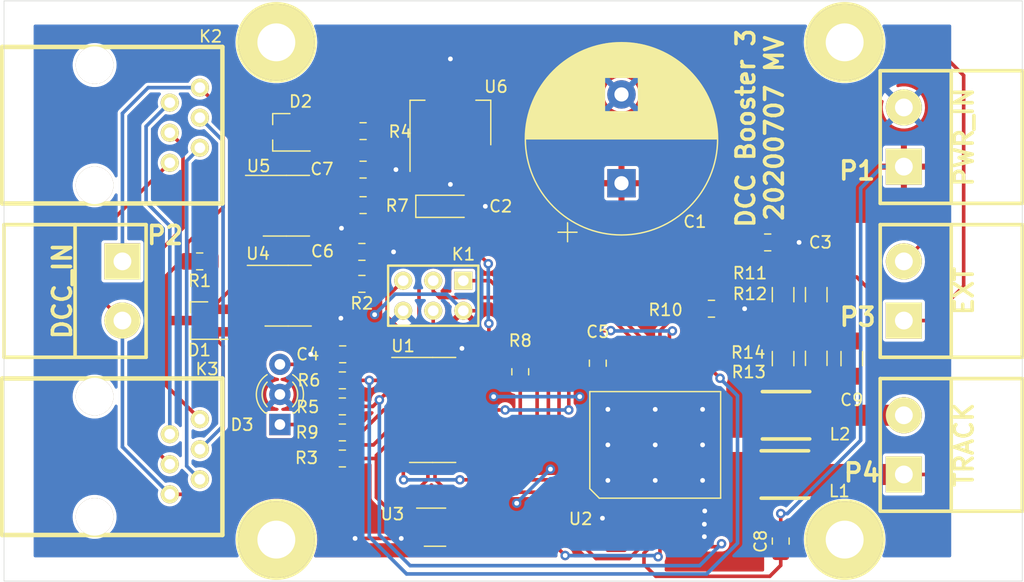
<source format=kicad_pcb>
(kicad_pcb (version 20211014) (generator pcbnew)
  (title_block (title "DCC Booster 3") (date "2020-07-07 MV") (rev "0436 -"))
  (layers (0 "F.Cu" signal) (31 "B.Cu" signal) (34 "B.Paste" user) (35 "F.Paste" user) (36 "B.SilkS" user "B.Silkscreen") (37 "F.SilkS" user "F.Silkscreen") (38 "B.Mask" user) (39 "F.Mask" user) (44 "Edge.Cuts" user))
  (net 0 "")
  (net 1 "GND")
  (net 2 "+15V")
  (net 3 "+5V")
  (net 4 "Net-(C8-Pad2)")
  (net 5 "Net-(C9-Pad2)")
  (net 6 "Net-(C9-Pad1)")
  (net 7 "Net-(D1-Pad3)")
  (net 8 "Net-(D1-Pad2)")
  (net 9 "Net-(D1-Pad1)")
  (net 10 "Net-(D2-Pad3)")
  (net 11 "Net-(D2-Pad2)")
  (net 12 "Net-(D2-Pad1)")
  (net 13 "Net-(D3-Pad3)")
  (net 14 "Net-(D3-Pad1)")
  (net 15 "Net-(L1-Pad2)")
  (net 16 "Net-(L1-Pad1)")
  (net 17 "Net-(L2-Pad1)")
  (net 18 "/DCC_In")
  (net 19 "/DCC_Sig")
  (net 20 "Net-(P3-Pad1)")
  (net 21 "/LED_Red")
  (net 22 "/LED_Green")
  (net 23 "/Opt_In")
  (net 24 "/nCS")
  (net 25 "/nReset")
  (net 26 "Net-(R10-Pad1)")
  (net 27 "Net-(R11-Pad1)")
  (net 28 "/DCC_Invert")
  (net 29 "/DCC_Cutout")
  (net 30 "/SCK")
  (net 31 "/MISO_DO")
  (net 32 "/MOSI_DI")
  (net 33 "Net-(U2-Pad5)")
  (net 34 "Net-(K2-Pad5)")
  (net 35 "Net-(K2-Pad4)")
  (net 36 "Net-(K2-Pad3)")
  (net 37 "Net-(K2-Pad2)")
  (net 38 "Net-(K2-Pad1)")
  (footprint "Capacitor_THT:CP_Radial_D16.0mm_P7.50mm" (layer "F.Cu") (at 152.15 115.9 90)
    (fp_text reference "C1")
    (fp_text value "CP")
  )
  (footprint "Resistor_SMD:R_0805_2012Metric_Pad1.15x1.40mm_HandSolder" (layer "F.Cu") (at 130.325 117.75)
    (fp_text reference "R7")
    (fp_text value "10k")
  )
  (footprint "Package_TO_SOT_SMD:SOT-223-3_TabPin2" (layer "F.Cu") (at 137.7 110.8 90)
    (fp_text reference "U6")
    (fp_text value "MCP1804T-5002IDB")
  )
  (footprint "base:AKL330_02" (layer "F.Cu") (at 176 138 90)
    (fp_text reference "P4")
    (fp_text value "TRACK")
  )
  (footprint "base:RJ12_schmal" (layer "F.Cu") (at 114 111 -90)
    (fp_text reference "K2")
    (fp_text value "RJ12" hide)
  )
  (footprint "base:RJ12_schmal" (layer "F.Cu") (at 114 139 -90)
    (fp_text reference "K3")
    (fp_text value "RJ12" hide)
  )
  (footprint "base:AKL330_02" (layer "F.Cu") (at 176 125 90)
    (fp_text reference "P3")
    (fp_text value "EXT")
  )
  (footprint "base:AKL330_02" (layer "F.Cu") (at 176 112 90)
    (fp_text reference "P1")
    (fp_text value "PWR_IN")
  )
  (footprint "Capacitor_SMD:C_0805_2012Metric_Pad1.15x1.40mm_HandSolder" (layer "F.Cu") (at 130.325 114.75)
    (fp_text reference "C7")
    (fp_text value "100n")
  )
  (footprint "Package_TO_SOT_SMD:SOT-23_Handsoldering" (layer "F.Cu") (at 116.5 127.5 180)
    (fp_text reference "D1")
    (fp_text value "BAT54S")
  )
  (footprint "Resistor_SMD:R_0805_2012Metric_Pad1.15x1.40mm_HandSolder" (layer "F.Cu") (at 116.525 122.5 180)
    (fp_text reference "R1")
    (fp_text value "2k2")
  )
  (footprint "base:AKL330_02" (layer "F.Cu") (at 110 125 -90)
    (fp_text reference "P2")
    (fp_text value "DCC_IN")
  )
  (footprint "Package_SO:SO-8_3.9x4.9mm_P1.27mm" (layer "F.Cu") (at 124 125.4)
    (fp_text reference "U4")
    (fp_text value "Si8710")
  )
  (footprint "Resistor_SMD:R_0805_2012Metric_Pad1.15x1.40mm_HandSolder" (layer "F.Cu") (at 130.325 111.5)
    (fp_text reference "R4")
    (fp_text value "330")
  )
  (footprint "Resistor_SMD:R_0805_2012Metric_Pad1.15x1.40mm_HandSolder" (layer "F.Cu") (at 130.225 124.4 180)
    (fp_text reference "R2")
    (fp_text value "2k2")
  )
  (footprint "Capacitor_SMD:C_0805_2012Metric_Pad1.15x1.40mm_HandSolder" (layer "F.Cu") (at 130.225 121.7)
    (fp_text reference "C6")
    (fp_text value "100n")
  )
  (footprint "base:MDMK4040" (layer "F.Cu") (at 166.05 135.5 -90)
    (fp_text reference "L2")
    (fp_text value "680n" hide)
  )
  (footprint "Resistor_SMD:R_1206_3216Metric_Pad1.42x1.75mm_HandSolder" (layer "F.Cu") (at 168.6 125.3125 90)
    (fp_text reference "R12")
    (fp_text value "4R7")
  )
  (footprint "Resistor_SMD:R_0805_2012Metric_Pad1.15x1.40mm_HandSolder" (layer "F.Cu") (at 159.75 126.5)
    (fp_text reference "R10")
    (fp_text value "10k")
  )
  (footprint "Capacitor_SMD:C_0805_2012Metric_Pad1.15x1.40mm_HandSolder" (layer "F.Cu") (at 150.15 131.1 -90)
    (fp_text reference "C5")
    (fp_text value "100n")
  )
  (footprint "Capacitor_SMD:C_1206_3216Metric_Pad1.42x1.75mm_HandSolder" (layer "F.Cu") (at 171.6 130.7125 90)
    (fp_text reference "C9")
    (fp_text value "100n")
  )
  (footprint "LED_THT:LED_D3.0mm-3" (layer "F.Cu") (at 123.3 136.28 90)
    (fp_text reference "D3")
    (fp_text value "LED_Dual_ACA")
  )
  (footprint "Capacitor_SMD:C_0805_2012Metric_Pad1.15x1.40mm_HandSolder" (layer "F.Cu") (at 128.6 130.35 180)
    (fp_text reference "C4")
    (fp_text value "100n")
  )
  (footprint "Resistor_SMD:R_0805_2012Metric_Pad1.15x1.40mm_HandSolder" (layer "F.Cu") (at 128.575 136.95)
    (fp_text reference "R9")
    (fp_text value "10k")
  )
  (footprint "Resistor_SMD:R_0805_2012Metric_Pad1.15x1.40mm_HandSolder" (layer "F.Cu") (at 128.575 139.15 180)
    (fp_text reference "R3")
    (fp_text value "2k2")
  )
  (footprint "Resistor_SMD:R_0805_2012Metric_Pad1.15x1.40mm_HandSolder" (layer "F.Cu") (at 128.575 132.55 180)
    (fp_text reference "R6")
    (fp_text value "330")
  )
  (footprint "Resistor_SMD:R_0805_2012Metric_Pad1.15x1.40mm_HandSolder" (layer "F.Cu") (at 128.575 134.75 180)
    (fp_text reference "R5")
    (fp_text value "330")
  )
  (footprint "Package_SO:SOIC-14_3.9x8.7mm_P1.27mm" (layer "F.Cu") (at 136.2 135.05)
    (fp_text reference "U1")
    (fp_text value "ATtiny24A-SSU")
  )
  (footprint "base:header_3x2" (layer "F.Cu") (at 136.25 125.4 180)
    (fp_text reference "K1")
    (fp_text value "ISP6" hide)
  )
  (footprint "Capacitor_SMD:C_0805_2012Metric_Pad1.15x1.40mm_HandSolder" (layer "F.Cu") (at 165.6 146.125 -90)
    (fp_text reference "C8")
    (fp_text value "100n")
  )
  (footprint "Resistor_SMD:R_0805_2012Metric_Pad1.15x1.40mm_HandSolder" (layer "F.Cu") (at 143.6 131.825 -90)
    (fp_text reference "R8")
    (fp_text value "10k")
  )
  (footprint "Package_SO:SO-8_3.9x4.9mm_P1.27mm" (layer "F.Cu") (at 123.85 117.8)
    (fp_text reference "U5")
    (fp_text value "Si8710")
  )
  (footprint "Capacitor_Tantalum_SMD:CP_EIA-3216-18_Kemet-A_Pad1.58x1.35mm_HandSolder" (layer "F.Cu") (at 137.2625 117.85)
    (fp_text reference "C2")
    (fp_text value "10u")
  )
  (footprint "base:HOLE_32" (layer "F.Cu") (at 123 104)
    (fp_text reference "HOLE")
    (fp_text value "Val**" hide)
  )
  (footprint "base:HOLE_32" (layer "F.Cu") (at 123 146)
    (fp_text reference "HOLE")
    (fp_text value "Val**" hide)
  )
  (footprint "base:HOLE_32" (layer "F.Cu") (at 171 104)
    (fp_text reference "HOLE")
    (fp_text value "Val**" hide)
  )
  (footprint "base:HOLE_32" (layer "F.Cu") (at 171 146)
    (fp_text reference "HOLE")
    (fp_text value "Val**" hide)
  )
  (footprint "Package_TO_SOT_SMD:SOT-23_Handsoldering" (layer "F.Cu") (at 123.45 111.6 180)
    (fp_text reference "D2")
    (fp_text value "BAT54S")
  )
  (footprint "Capacitor_SMD:C_0805_2012Metric_Pad1.15x1.40mm_HandSolder" (layer "F.Cu") (at 164.5 120.9)
    (fp_text reference "C3")
    (fp_text value "100n")
  )
  (footprint "Resistor_SMD:R_1206_3216Metric_Pad1.42x1.75mm_HandSolder" (layer "F.Cu") (at 165.8 125.3125 90)
    (fp_text reference "R11")
    (fp_text value "4R7")
  )
  (footprint "Resistor_SMD:R_1206_3216Metric_Pad1.42x1.75mm_HandSolder" (layer "F.Cu") (at 165.8 130.7125 90)
    (fp_text reference "R14")
    (fp_text value "4R7")
  )
  (footprint "Resistor_SMD:R_1206_3216Metric_Pad1.42x1.75mm_HandSolder" (layer "F.Cu") (at 168.6 130.6875 90)
    (fp_text reference "R13")
    (fp_text value "4R7")
  )
  (footprint "base:PowerSO-16" (layer "F.Cu") (at 155 138)
    (fp_text reference "U2")
    (fp_text value "L9958")
  )
  (footprint "Package_TO_SOT_SMD:SOT-23-5_HandSoldering" (layer "F.Cu") (at 136.4 144.95)
    (fp_text reference "U3")
    (fp_text value "SN74LVC1G86")
  )
  (footprint "base:MDMK4040" (layer "F.Cu") (at 165.95 140.5 -90)
    (fp_text reference "L1")
    (fp_text value "680n" hide)
  )
  (gr_line (start 100 149.5) (end 100 100.5) (layer "Edge.Cuts") (width 0.05))
  (gr_line (start 186 100.5) (end 186 149.5) (layer "Edge.Cuts") (width 0.05))
  (gr_line (start 100 100.5) (end 186 100.5) (layer "Edge.Cuts") (width 0.05))
  (gr_line (start 186 149.5) (end 100 149.5) (layer "Edge.Cuts") (width 0.05))
  (gr_text "DCC Booster 3\n20200707 MV" (at 163.85 111.25 90) (layer "F.SilkS") (effects (font (size 1.5 1.5) (thickness 0.3))))
  (segment (start 152 135) (end 151.565691 135) (width 0.508) (layer "F.Cu") (net 1))
  (segment (start 128.495 119.705) (end 128.5 119.7) (width 0.3048) (layer "F.Cu") (net 1))
  (segment (start 160.775 126.5) (end 162.55 126.5) (width 0.3048) (layer "F.Cu") (net 1))
  (segment (start 133.55 145.9) (end 129.65 145.9) (width 0.3048) (layer "F.Cu") (net 1))
  (segment (start 157.8 145.75) (end 159.15 145.75) (width 0.3048) (layer "F.Cu") (net 1))
  (segment (start 152.2 144.5) (end 150.85 144.5) (width 0.3048) (layer "F.Cu") (net 1))
  (segment (start 155 137.95) (end 155 138) (width 0.3048) (layer "F.Cu") (net 1))
  (segment (start 157.8 144.5) (end 157.8 143.582035) (width 0.3048) (layer "F.Cu") (net 1))
  (segment (start 155 137.8) (end 155 138) (width 0.3048) (layer "F.Cu") (net 1))
  (segment (start 158.434315 141) (end 159 141) (width 0.508) (layer "F.Cu") (net 1))
  (segment (start 126.425 119.705) (end 128.495 119.705) (width 0.3048) (layer "F.Cu") (net 1))
  (segment (start 150.15 132.125) (end 150.15 132.95) (width 0.3048) (layer "F.Cu") (net 1))
  (segment (start 127.575 130.35) (end 125.9 130.35) (width 0.3048) (layer "F.Cu") (net 1))
  (segment (start 157.8 144.5) (end 157.8 145.75) (width 0.3048) (layer "F.Cu") (net 1))
  (segment (start 155 138) (end 158 135) (width 0.508) (layer "F.Cu") (net 1))
  (segment (start 150.15 132.95) (end 155 137.8) (width 0.3048) (layer "F.Cu") (net 1))
  (segment (start 155 138) (end 152 135) (width 0.508) (layer "F.Cu") (net 1))
  (segment (start 155 138) (end 155 141) (width 0.508) (layer "F.Cu") (net 1))
  (segment (start 158 135) (end 158.434315 135) (width 0.508) (layer "F.Cu") (net 1))
  (segment (start 155 138) (end 154 138) (width 0.508) (layer "F.Cu") (net 1))
  (segment (start 155 138) (end 155 135) (width 0.508) (layer "F.Cu") (net 1))
  (segment (start 137.7 113.95) (end 137.7 116) (width 0.3048) (layer "F.Cu") (net 1))
  (segment (start 158.434315 135) (end 159 135) (width 0.508) (layer "F.Cu") (net 1))
  (segment (start 126.575 127.305) (end 128.445 127.305) (width 0.3048) (layer "F.Cu") (net 1))
  (segment (start 135.05 145.9) (end 133.55 145.9) (width 0.3048) (layer "F.Cu") (net 1))
  (segment (start 138.7 117.85) (end 140.65 117.85) (width 0.3048) (layer "F.Cu") (net 1))
  (segment (start 155.05 138) (end 155 138) (width 0.3048) (layer "F.Cu") (net 1))
  (segment (start 150.85 144.5) (end 150.542965 144.192965) (width 0.3048) (layer "F.Cu") (net 1))
  (segment (start 154 138) (end 151 141) (width 0.508) (layer "F.Cu") (net 1))
  (segment (start 157.8 144.5) (end 158 144.7) (width 0.3048) (layer "F.Cu") (net 1))
  (segment (start 128.445 127.305) (end 128.45 127.3) (width 0.3048) (layer "F.Cu") (net 1))
  (segment (start 131.25 121.7) (end 132.9 121.7) (width 0.3048) (layer "F.Cu") (net 1))
  (segment (start 138.675 131.24) (end 138.675 129.85) (width 0.3048) (layer "F.Cu") (net 1))
  (segment (start 155 138) (end 159 138) (width 0.508) (layer "F.Cu") (net 1))
  (segment (start 155 138) (end 151.000026 138) (width 0.508) (layer "F.Cu") (net 1))
  (segment (start 158 144.7) (end 159.15 144.7) (width 0.3048) (layer "F.Cu") (net 1))
  (segment (start 137.7 107.65) (end 137.7 105.4) (width 0.508) (layer "F.Cu") (net 1))
  (segment (start 151.565691 135) (end 151.000006 135) (width 0.508) (layer "F.Cu") (net 1))
  (segment (start 155 138) (end 158 141) (width 0.508) (layer "F.Cu") (net 1))
  (segment (start 158 141) (end 158.434315 141) (width 0.508) (layer "F.Cu") (net 1))
  (segment (start 165.525 120.9) (end 167.15 120.9) (width 0.3048) (layer "F.Cu") (net 1))
  (segment (start 131.35 114.75) (end 133.1 114.75) (width 0.3048) (layer "F.Cu") (net 1))
  (segment (start 157.8 143.582035) (end 159.182035 143.582035) (width 0.3048) (layer "F.Cu") (net 1))
  (via (at 159 135) (size 0.8) (drill 0.4) (layers "F.Cu" "B.Cu") (net 1))
  (via (at 159 138) (size 0.8) (drill 0.4) (layers "F.Cu" "B.Cu") (net 1))
  (via (at 150.542965 144.192965) (size 0.8) (drill 0.4) (layers "F.Cu" "B.Cu") (net 1))
  (via (at 132.9 121.7) (size 0.8) (drill 0.4) (layers "F.Cu" "B.Cu") (net 1))
  (via (at 137.7 105.4) (size 0.8) (drill 0.4) (layers "F.Cu" "B.Cu") (net 1))
  (via (at 133.55 145.9) (size 0.8) (drill 0.4) (layers "F.Cu" "B.Cu") (net 1))
  (via (at 151 141) (size 0.8) (drill 0.4) (layers "F.Cu" "B.Cu") (net 1))
  (via (at 167.15 120.9) (size 0.8) (drill 0.4) (layers "F.Cu" "B.Cu") (net 1))
  (via (at 162.55 126.5) (size 0.8) (drill 0.4) (layers "F.Cu" "B.Cu") (net 1))
  (via (at 125.9 130.35) (size 0.8) (drill 0.4) (layers "F.Cu" "B.Cu") (net 1))
  (via (at 159.15 145.75) (size 0.8) (drill 0.4) (layers "F.Cu" "B.Cu") (net 1))
  (via (at 140.65 117.85) (size 0.8) (drill 0.4) (layers "F.Cu" "B.Cu") (net 1))
  (via (at 155 135) (size 0.8) (drill 0.4) (layers "F.Cu" "B.Cu") (net 1))
  (via (at 137.7 116) (size 0.8) (drill 0.4) (layers "F.Cu" "B.Cu") (net 1))
  (via (at 159.15 144.7) (size 0.8) (drill 0.4) (layers "F.Cu" "B.Cu") (net 1))
  (via (at 129.65 145.9) (size 0.8) (drill 0.4) (layers "F.Cu" "B.Cu") (net 1))
  (via (at 128.5 119.7) (size 0.8) (drill 0.4) (layers "F.Cu" "B.Cu") (net 1))
  (via (at 159 141) (size 0.8) (drill 0.4) (layers "F.Cu" "B.Cu") (net 1))
  (via (at 133.1 114.75) (size 0.8) (drill 0.4) (layers "F.Cu" "B.Cu") (net 1))
  (via (at 128.45 127.3) (size 0.8) (drill 0.4) (layers "F.Cu" "B.Cu") (net 1))
  (via (at 159.182035 143.582035) (size 0.8) (drill 0.4) (layers "F.Cu" "B.Cu") (net 1))
  (via (at 155 138) (size 0.8) (drill 0.4) (layers "F.Cu" "B.Cu") (net 1))
  (via (at 155 141) (size 0.8) (drill 0.4) (layers "F.Cu" "B.Cu") (net 1))
  (via (at 138.675 129.85) (size 0.8) (drill 0.4) (layers "F.Cu" "B.Cu") (net 1))
  (via (at 151.000026 138) (size 0.8) (drill 0.4) (layers "F.Cu" "B.Cu") (net 1))
  (via (at 151.000006 135) (size 0.8) (drill 0.4) (layers "F.Cu" "B.Cu") (net 1))
  (segment (start 149.95 115.9) (end 152.15 115.9) (width 0.508) (layer "F.Cu") (net 2))
  (segment (start 165.6 145.1) (end 165.6 143.8) (width 0.3048) (layer "F.Cu") (net 2))
  (segment (start 140 113.95) (end 148 113.95) (width 0.508) (layer "F.Cu") (net 2))
  (segment (start 148 113.95) (end 149.95 115.9) (width 0.508) (layer "F.Cu") (net 2))
  (via (at 165.6 143.8) (size 0.8) (drill 0.4) (layers "F.Cu" "B.Cu") (net 2))
  (segment (start 172.35 137.615685) (end 172.35 116.32056) (width 0.3048) (layer "B.Cu") (net 2))
  (segment (start 165.6 143.8) (end 166.165685 143.8) (width 0.3048) (layer "B.Cu") (net 2))
  (segment (start 174.1712 114.49936) (end 176 114.49936) (width 0.3048) (layer "B.Cu") (net 2))
  (segment (start 172.35 116.32056) (end 174.1712 114.49936) (width 0.3048) (layer "B.Cu") (net 2))
  (segment (start 166.165685 143.8) (end 172.35 137.615685) (width 0.3048) (layer "B.Cu") (net 2))
  (segment (start 142.225 144) (end 137.75 144) (width 0.3048) (layer "F.Cu") (net 3))
  (segment (start 141.35 132.4) (end 142.95 130.8) (width 0.3048) (layer "F.Cu") (net 3))
  (segment (start 143.3 142.925) (end 142.225 144) (width 0.3048) (layer "F.Cu") (net 3))
  (segment (start 148.625 137.575) (end 146.15 140.05) (width 0.3048) (layer "F.Cu") (net 3))
  (segment (start 141.27 126.67) (end 138.79 126.67) (width 0.3048) (layer "F.Cu") (net 3))
  (segment (start 148.625 130.9) (end 148.625 133.925) (width 0.3048) (layer "F.Cu") (net 3))
  (segment (start 148.625 137.35) (end 148.625 137.575) (width 0.3048) (layer "F.Cu") (net 3))
  (segment (start 143.6 129) (end 141.27 126.67) (width 0.3048) (layer "F.Cu") (net 3))
  (segment (start 143.6 130.8) (end 143.6 129) (width 0.3048) (layer "F.Cu") (net 3))
  (segment (start 141.35 133.925) (end 141.35 132.4) (width 0.3048) (layer "F.Cu") (net 3))
  (segment (start 150.15 130.075) (end 150.775 130.075) (width 0.3048) (layer "F.Cu") (net 3))
  (segment (start 150.15 130.075) (end 149.45 130.075) (width 0.3048) (layer "F.Cu") (net 3))
  (segment (start 148.625 133.925) (end 148.625 137.35) (width 0.3048) (layer "F.Cu") (net 3))
  (segment (start 150.775 130.075) (end 152.2 131.5) (width 0.3048) (layer "F.Cu") (net 3))
  (segment (start 149.45 130.075) (end 148.625 130.9) (width 0.3048) (layer "F.Cu") (net 3))
  (segment (start 142.95 130.8) (end 143.6 130.8) (width 0.3048) (layer "F.Cu") (net 3))
  (via (at 141.35 133.925) (size 0.8) (drill 0.4) (layers "F.Cu" "B.Cu") (net 3))
  (via (at 148.625 133.925) (size 0.8) (drill 0.4) (layers "F.Cu" "B.Cu") (net 3))
  (via (at 143.3 142.925) (size 0.8) (drill 0.4) (layers "F.Cu" "B.Cu") (net 3))
  (via (at 131.3 127) (size 0.8) (drill 0.4) (layers "F.Cu" "B.Cu") (net 3))
  (via (at 146.15 140.05) (size 0.8) (drill 0.4) (layers "F.Cu" "B.Cu") (net 3))
  (segment (start 137.390024 125.270024) (end 133.029976 125.270024) (width 0.3048) (layer "B.Cu") (net 3))
  (segment (start 148.625 133.925) (end 141.35 133.925) (width 0.3048) (layer "B.Cu") (net 3))
  (segment (start 143.3 142.9) (end 143.3 142.925) (width 0.3048) (layer "B.Cu") (net 3))
  (segment (start 146.15 140.05) (end 143.3 142.9) (width 0.3048) (layer "B.Cu") (net 3))
  (segment (start 133.029976 125.270024) (end 131.699999 126.600001) (width 0.3048) (layer "B.Cu") (net 3))
  (segment (start 138.79 126.67) (end 137.390024 125.270024) (width 0.3048) (layer "B.Cu") (net 3))
  (segment (start 131.699999 126.600001) (end 131.3 127) (width 0.3048) (layer "B.Cu") (net 3))
  (segment (start 154.6 144.5) (end 154.6 146.6) (width 0.3048) (layer "F.Cu") (net 4))
  (segment (start 154.05 148.1) (end 155.05 149.1) (width 0.3048) (layer "F.Cu") (net 4))
  (segment (start 154.6 146.6) (end 154.05 147.15) (width 0.3048) (layer "F.Cu") (net 4))
  (segment (start 155.05 149.1) (end 164.675 149.1) (width 0.3048) (layer "F.Cu") (net 4))
  (segment (start 165.6 148.175) (end 165.6 147.15) (width 0.3048) (layer "F.Cu") (net 4))
  (segment (start 164.675 149.1) (end 165.6 148.175) (width 0.3048) (layer "F.Cu") (net 4))
  (segment (start 154.05 147.15) (end 154.05 148.1) (width 0.3048) (layer "F.Cu") (net 4))
  (segment (start 169.475 132.175) (end 171.6 130.05) (width 0.3048) (layer "F.Cu") (net 5))
  (segment (start 171.6 130.05) (end 171.6 129.9375) (width 0.3048) (layer "F.Cu") (net 5))
  (segment (start 168.6 132.175) (end 169.475 132.175) (width 0.3048) (layer "F.Cu") (net 5))
  (segment (start 171.6 129.9375) (end 171.6 129.225) (width 0.3048) (layer "F.Cu") (net 5))
  (segment (start 165.8 132.2) (end 168.575 132.2) (width 0.3048) (layer "F.Cu") (net 5))
  (segment (start 168.575 132.2) (end 168.6 132.175) (width 0.3048) (layer "F.Cu") (net 5))
  (segment (start 169.6548 135.5) (end 168.1 135.5) (width 0.3048) (layer "F.Cu") (net 6))
  (segment (start 171.6 132.2) (end 171.6 133.5548) (width 0.3048) (layer "F.Cu") (net 6))
  (segment (start 171.6 133.5548) (end 169.6548 135.5) (width 0.3048) (layer "F.Cu") (net 6))
  (segment (start 175.99936 135.5) (end 176 135.50064) (width 1.778) (layer "F.Cu") (net 6))
  (segment (start 168.1 135.5) (end 175.99936 135.5) (width 1.778) (layer "F.Cu") (net 6))
  (segment (start 117.55 126.1) (end 118 126.55) (width 0.3048) (layer "F.Cu") (net 8))
  (segment (start 118 126) (end 119.235 124.765) (width 0.3048) (layer "F.Cu") (net 8))
  (segment (start 121.425 124.765) (end 121.765 124.765) (width 0.3048) (layer "F.Cu") (net 8))
  (segment (start 119.235 124.765) (end 121.425 124.765) (width 0.3048) (layer "F.Cu") (net 8))
  (segment (start 117.55 122.5) (end 117.55 126.1) (width 0.3048) (layer "F.Cu") (net 8))
  (segment (start 118 126.55) (end 118 126) (width 0.3048) (layer "F.Cu") (net 8))
  (segment (start 119.2548 128.45) (end 119.7 128.0048) (width 0.3048) (layer "F.Cu") (net 9))
  (segment (start 118 129.1548) (end 118.5 129.6548) (width 0.3048) (layer "F.Cu") (net 9))
  (segment (start 119.7 126.6) (end 120.265 126.035) (width 0.3048) (layer "F.Cu") (net 9))
  (segment (start 110 127.49936) (end 107 124.49936) (width 0.3048) (layer "F.Cu") (net 9))
  (segment (start 120.265 126.035) (end 121.425 126.035) (width 0.3048) (layer "F.Cu") (net 9))
  (segment (start 118.5 141.5) (end 117.825 142.175) (width 0.3048) (layer "F.Cu") (net 9))
  (segment (start 118 128.45) (end 118 129.1548) (width 0.3048) (layer "F.Cu") (net 9))
  (segment (start 117.825 142.175) (end 114 142.175) (width 0.3048) (layer "F.Cu") (net 9))
  (segment (start 107 124.49936) (end 107 121.175) (width 0.3048) (layer "F.Cu") (net 9))
  (segment (start 118 128.45) (end 119.2548 128.45) (width 0.3048) (layer "F.Cu") (net 9))
  (segment (start 107 121.175) (end 114 114.175) (width 0.3048) (layer "F.Cu") (net 9))
  (segment (start 118.5 129.6548) (end 118.5 141.5) (width 0.3048) (layer "F.Cu") (net 9))
  (segment (start 119.7 128.0048) (end 119.7 126.6) (width 0.3048) (layer "F.Cu") (net 9))
  (segment (start 110 138.175) (end 110 127.49936) (width 0.3048) (layer "B.Cu") (net 9))
  (segment (start 114 142.175) (end 110 138.175) (width 0.3048) (layer "B.Cu") (net 9))
  (segment (start 126.85 110.65) (end 124.95 110.65) (width 0.3048) (layer "F.Cu") (net 11))
  (segment (start 119.5 110.9) (end 119.5 116.5) (width 0.3048) (layer "F.Cu") (net 11))
  (segment (start 127.7 111.5) (end 126.85 110.65) (width 0.3048) (layer "F.Cu") (net 11))
  (segment (start 119.5 116.5) (end 120.165 117.165) (width 0.3048) (layer "F.Cu") (net 11))
  (segment (start 129.3 111.5) (end 127.7 111.5) (width 0.3048) (layer "F.Cu") (net 11))
  (segment (start 120.165 117.165) (end 121.275 117.165) (width 0.3048) (layer "F.Cu") (net 11))
  (segment (start 120.5 109.9) (end 119.5 110.9) (width 0.3048) (layer "F.Cu") (net 11))
  (segment (start 123.6952 110.65) (end 122.9452 109.9) (width 0.3048) (layer "F.Cu") (net 11))
  (segment (start 124.95 110.65) (end 123.6952 110.65) (width 0.3048) (layer "F.Cu") (net 11))
  (segment (start 122.9452 109.9) (end 120.5 109.9) (width 0.3048) (layer "F.Cu") (net 11))
  (segment (start 126.2048 112.55) (end 126.7548 113.1) (width 0.3048) (layer "F.Cu") (net 12))
  (segment (start 122.365 118.435) (end 121.275 118.435) (width 0.3048) (layer "F.Cu") (net 12))
  (segment (start 133.1 112.3) (end 133.1 104.9) (width 0.3048) (layer "F.Cu") (net 12))
  (segment (start 178.55 106.2) (end 179.75 107.4) (width 0.3048) (layer "F.Cu") (net 12))
  (segment (start 134.65 103.35) (end 162.4 103.35) (width 0.3048) (layer "F.Cu") (net 12))
  (segment (start 179.75 118.75064) (end 176 122.50064) (width 0.3048) (layer "F.Cu") (net 12))
  (segment (start 123.3 117.5) (end 122.365 118.435) (width 0.3048) (layer "F.Cu") (net 12))
  (segment (start 124.95 112.55) (end 126.2048 112.55) (width 0.3048) (layer "F.Cu") (net 12))
  (segment (start 179.75 107.4) (end 179.75 118.75064) (width 0.3048) (layer "F.Cu") (net 12))
  (segment (start 133.1 104.9) (end 134.65 103.35) (width 0.3048) (layer "F.Cu") (net 12))
  (segment (start 176.2 106.2) (end 178.55 106.2) (width 0.3048) (layer "F.Cu") (net 12))
  (segment (start 124.95 112.55) (end 124.95 113.2548) (width 0.3048) (layer "F.Cu") (net 12))
  (segment (start 173.55 108.85) (end 176.2 106.2) (width 0.3048) (layer "F.Cu") (net 12))
  (segment (start 162.4 103.35) (end 167.9 108.85) (width 0.3048) (layer "F.Cu") (net 12))
  (segment (start 126.7548 113.1) (end 132.3 113.1) (width 0.3048) (layer "F.Cu") (net 12))
  (segment (start 132.3 113.1) (end 133.1 112.3) (width 0.3048) (layer "F.Cu") (net 12))
  (segment (start 124.95 113.2548) (end 123.3 114.9048) (width 0.3048) (layer "F.Cu") (net 12))
  (segment (start 123.3 114.9048) (end 123.3 117.5) (width 0.3048) (layer "F.Cu") (net 12))
  (segment (start 167.9 108.85) (end 173.55 108.85) (width 0.3048) (layer "F.Cu") (net 12))
  (segment (start 125.95 132.55) (end 124.6 131.2) (width 0.3048) (layer "F.Cu") (net 13))
  (segment (start 127.55 132.55) (end 125.95 132.55) (width 0.3048) (layer "F.Cu") (net 13))
  (segment (start 124.6 131.2) (end 123.3 131.2) (width 0.3048) (layer "F.Cu") (net 13))
  (segment (start 126.05 134.75) (end 124.52 136.28) (width 0.3048) (layer "F.Cu") (net 14))
  (segment (start 124.52 136.28) (end 123.3 136.28) (width 0.3048) (layer "F.Cu") (net 14))
  (segment (start 127.55 134.75) (end 126.05 134.75) (width 0.3048) (layer "F.Cu") (net 14))
  (segment (start 173.4 130) (end 175.2 131.8) (width 0.3048) (layer "F.Cu") (net 15))
  (segment (start 179 139.32816) (end 177.8288 140.49936) (width 0.3048) (layer "F.Cu") (net 15))
  (segment (start 175.2 131.8) (end 177.6 131.8) (width 0.3048) (layer "F.Cu") (net 15))
  (segment (start 179 133.2) (end 179 139.32816) (width 0.3048) (layer "F.Cu") (net 15))
  (segment (start 173.4 125.2) (end 173.4 130) (width 0.3048) (layer "F.Cu") (net 15))
  (segment (start 172.025 123.825) (end 173.4 125.2) (width 0.3048) (layer "F.Cu") (net 15))
  (segment (start 168.6 123.825) (end 172.025 123.825) (width 0.3048) (layer "F.Cu") (net 15))
  (segment (start 177.6 131.8) (end 179 133.2) (width 0.3048) (layer "F.Cu") (net 15))
  (segment (start 165.8 123.825) (end 168.6 123.825) (width 0.3048) (layer "F.Cu") (net 15))
  (segment (start 168 140.5) (end 175.99936 140.5) (width 1.778) (layer "F.Cu") (net 15))
  (segment (start 175.99936 140.5) (end 176 140.49936) (width 1.778) (layer "F.Cu") (net 15))
  (segment (start 177.8288 140.49936) (end 176 140.49936) (width 0.3048) (layer "F.Cu") (net 15))
  (segment (start 134.3 136.3) (end 134.28 136.32) (width 0.3048) (layer "F.Cu") (net 18))
  (segment (start 133.02 136.32) (end 133 136.3) (width 0.3048) (layer "F.Cu") (net 18))
  (segment (start 135.05 128.8) (end 135.9 129.65) (width 0.3048) (layer "F.Cu") (net 18))
  (segment (start 135.05 123.35) (end 135.05 128.8) (width 0.3048) (layer "F.Cu") (net 18))
  (segment (start 131.25 125.1) (end 130.315 126.035) (width 0.3048) (layer "F.Cu") (net 18))
  (segment (start 134.28 136.32) (end 133.725 136.32) (width 0.3048) (layer "F.Cu") (net 18))
  (segment (start 131.25 123.95) (end 132.4 122.8) (width 0.3048) (layer "F.Cu") (net 18))
  (segment (start 132.4 122.8) (end 134.5 122.8) (width 0.3048) (layer "F.Cu") (net 18))
  (segment (start 131.25 124.4) (end 131.25 125.1) (width 0.3048) (layer "F.Cu") (net 18))
  (segment (start 135.9 129.65) (end 135.9 135.15) (width 0.3048) (layer "F.Cu") (net 18))
  (segment (start 131.25 124.4) (end 131.25 123.95) (width 0.3048) (layer "F.Cu") (net 18))
  (segment (start 127.45 126.035) (end 126.575 126.035) (width 0.3048) (layer "F.Cu") (net 18))
  (segment (start 134.5 122.8) (end 135.05 123.35) (width 0.3048) (layer "F.Cu") (net 18))
  (segment (start 135.9 135.15) (end 134.75 136.3) (width 0.3048) (layer "F.Cu") (net 18))
  (segment (start 130.315 126.035) (end 127.45 126.035) (width 0.3048) (layer "F.Cu") (net 18))
  (segment (start 127.55 138.45) (end 127.99759 138.00241) (width 0.3048) (layer "F.Cu") (net 18))
  (segment (start 133 136.3) (end 132.9 136.3) (width 0.3048) (layer "F.Cu") (net 18))
  (segment (start 134.75 136.3) (end 134.3 136.3) (width 0.3048) (layer "F.Cu") (net 18))
  (segment (start 127.99759 138.00241) (end 131.19759 138.00241) (width 0.3048) (layer "F.Cu") (net 18))
  (segment (start 127.55 139.15) (end 127.55 138.45) (width 0.3048) (layer "F.Cu") (net 18))
  (segment (start 132.9 136.3) (end 131.19759 138.00241) (width 0.3048) (layer "F.Cu") (net 18))
  (segment (start 133.725 136.32) (end 133.02 136.32) (width 0.3048) (layer "F.Cu") (net 18))
  (segment (start 129.6 139.15) (end 131.35 139.15) (width 0.3048) (layer "F.Cu") (net 19))
  (segment (start 131.45 138.89) (end 132.75 137.59) (width 0.3048) (layer "F.Cu") (net 19))
  (segment (start 131.45 142.4348) (end 131.45 138.89) (width 0.3048) (layer "F.Cu") (net 19))
  (segment (start 132.75 137.59) (end 133.725 137.59) (width 0.3048) (layer "F.Cu") (net 19))
  (segment (start 135.05 144.95) (end 133.9652 144.95) (width 0.3048) (layer "F.Cu") (net 19))
  (segment (start 133.9652 144.95) (end 131.45 142.4348) (width 0.3048) (layer "F.Cu") (net 19))
  (segment (start 181.05 106.8) (end 179.55 105.3) (width 0.3048) (layer "F.Cu") (net 20))
  (segment (start 173.15 108.05) (end 168.4 108.05) (width 0.3048) (layer "F.Cu") (net 20))
  (segment (start 175.9 105.3) (end 173.15 108.05) (width 0.3048) (layer "F.Cu") (net 20))
  (segment (start 179.55 105.3) (end 175.9 105.3) (width 0.3048) (layer "F.Cu") (net 20))
  (segment (start 178.15064 127.49936) (end 181.05 124.6) (width 0.3048) (layer "F.Cu") (net 20))
  (segment (start 131.35 105.75) (end 131.35 111.5) (width 0.3048) (layer "F.Cu") (net 20))
  (segment (start 163.05 102.7) (end 134.4 102.7) (width 0.3048) (layer "F.Cu") (net 20))
  (segment (start 181.05 124.6) (end 181.05 106.8) (width 0.3048) (layer "F.Cu") (net 20))
  (segment (start 134.4 102.7) (end 131.35 105.75) (width 0.3048) (layer "F.Cu") (net 20))
  (segment (start 176 127.49936) (end 178.15064 127.49936) (width 0.3048) (layer "F.Cu") (net 20))
  (segment (start 168.4 108.05) (end 163.05 102.7) (width 0.3048) (layer "F.Cu") (net 20))
  (segment (start 160.6 146.35) (end 160.35 146.6) (width 0.3048) (layer "F.Cu") (net 21))
  (segment (start 157 146.3048) (end 157 144.5) (width 0.3048) (layer "F.Cu") (net 21))
  (segment (start 133.725 133.78) (end 132.12 133.78) (width 0.3048) (layer "F.Cu") (net 21))
  (segment (start 132.12 133.78) (end 131.7 134.2) (width 0.3048) (layer "F.Cu") (net 21))
  (segment (start 131.15 134.75) (end 131.7 134.2) (width 0.3048) (layer "F.Cu") (net 21))
  (segment (start 160.35 146.6) (end 157.2952 146.6) (width 0.3048) (layer "F.Cu") (net 21))
  (segment (start 157.2952 146.6) (end 157 146.3048) (width 0.3048) (layer "F.Cu") (net 21))
  (segment (start 129.6 134.75) (end 131.15 134.75) (width 0.3048) (layer "F.Cu") (net 21))
  (via (at 131.7 134.2) (size 0.8) (drill 0.4) (layers "F.Cu" "B.Cu") (net 21))
  (via (at 160.6 146.35) (size 0.8) (drill 0.4) (layers "F.Cu" "B.Cu") (net 21))
  (segment (start 160.6 146.35) (end 158.75001 148.19999) (width 0.3048) (layer "B.Cu") (net 21))
  (segment (start 131.7 145.6) (end 131.7 134.2) (width 0.3048) (layer "B.Cu") (net 21))
  (segment (start 134.29999 148.19999) (end 131.7 145.6) (width 0.3048) (layer "B.Cu") (net 21))
  (segment (start 158.75001 148.19999) (end 134.29999 148.19999) (width 0.3048) (layer "B.Cu") (net 21))
  (segment (start 159.6 131.5) (end 160.475 132.375) (width 0.3048) (layer "F.Cu") (net 22))
  (segment (start 133.685 132.55) (end 133.725 132.51) (width 0.3048) (layer "F.Cu") (net 22))
  (segment (start 130.85 132.55) (end 133.685 132.55) (width 0.3048) (layer "F.Cu") (net 22))
  (segment (start 129.6 132.55) (end 130.85 132.55) (width 0.3048) (layer "F.Cu") (net 22))
  (segment (start 157.8 131.5) (end 159.6 131.5) (width 0.3048) (layer "F.Cu") (net 22))
  (via (at 130.85 132.55) (size 0.8) (drill 0.4) (layers "F.Cu" "B.Cu") (net 22))
  (via (at 160.475 132.375) (size 0.8) (drill 0.4) (layers "F.Cu" "B.Cu") (net 22))
  (segment (start 130.85 132.55) (end 130.85 145.75) (width 0.3048) (layer "B.Cu") (net 22))
  (segment (start 130.85 145.75) (end 134 148.9) (width 0.3048) (layer "B.Cu") (net 22))
  (segment (start 134 148.9) (end 159.35 148.9) (width 0.3048) (layer "B.Cu") (net 22))
  (segment (start 161.95 133.85) (end 160.475 132.375) (width 0.3048) (layer "B.Cu") (net 22))
  (segment (start 159.35 148.9) (end 161.95 146.3) (width 0.3048) (layer "B.Cu") (net 22))
  (segment (start 161.95 146.3) (end 161.95 133.85) (width 0.3048) (layer "B.Cu") (net 22))
  (segment (start 139.65 132.51) (end 138.675 132.51) (width 0.3048) (layer "F.Cu") (net 23))
  (segment (start 140.95 127.75) (end 140.95 131.21) (width 0.3048) (layer "F.Cu") (net 23))
  (segment (start 127.3 118.435) (end 126.425 118.435) (width 0.3048) (layer "F.Cu") (net 23))
  (segment (start 129.3 117.75) (end 128.725 117.75) (width 0.3048) (layer "F.Cu") (net 23))
  (segment (start 130.5 119.65) (end 133.05 119.65) (width 0.3048) (layer "F.Cu") (net 23))
  (segment (start 133.05 119.65) (end 135.55 122.15) (width 0.3048) (layer "F.Cu") (net 23))
  (segment (start 135.55 122.15) (end 140.35 122.15) (width 0.3048) (layer "F.Cu") (net 23))
  (segment (start 130.5 119.65) (end 129.3 118.45) (width 0.3048) (layer "F.Cu") (net 23))
  (segment (start 140.35 122.15) (end 140.9 122.7) (width 0.3048) (layer "F.Cu") (net 23))
  (segment (start 128.725 117.75) (end 128.04 118.435) (width 0.3048) (layer "F.Cu") (net 23))
  (segment (start 129.3 118.45) (end 129.3 117.75) (width 0.3048) (layer "F.Cu") (net 23))
  (segment (start 140.95 131.21) (end 139.65 132.51) (width 0.3048) (layer "F.Cu") (net 23))
  (segment (start 128.04 118.435) (end 127.3 118.435) (width 0.3048) (layer "F.Cu") (net 23))
  (via (at 140.9 122.7) (size 0.8) (drill 0.4) (layers "F.Cu" "B.Cu") (net 23))
  (via (at 140.95 127.75) (size 0.8) (drill 0.4) (layers "F.Cu" "B.Cu") (net 23))
  (segment (start 140.9 127.7) (end 140.95 127.75) (width 0.3048) (layer "B.Cu") (net 23))
  (segment (start 140.9 122.7) (end 140.9 127.7) (width 0.3048) (layer "B.Cu") (net 23))
  (segment (start 152.8 147.6) (end 150 147.6) (width 0.3048) (layer "F.Cu") (net 24))
  (segment (start 136.4 140.9) (end 136.4 137.62) (width 0.3048) (layer "F.Cu") (net 24))
  (segment (start 148.4 146) (end 148.4 143.55) (width 0.3048) (layer "F.Cu") (net 24))
  (segment (start 143.6 135.675) (end 142.955 136.32) (width 0.3048) (layer "F.Cu") (net 24))
  (segment (start 148.4 143.55) (end 146.85 142) (width 0.3048) (layer "F.Cu") (net 24))
  (segment (start 150 147.6) (end 148.4 146) (width 0.3048) (layer "F.Cu") (net 24))
  (segment (start 139.65 136.32) (end 138.675 136.32) (width 0.3048) (layer "F.Cu") (net 24))
  (segment (start 153.8 144.5) (end 153.8 146.6) (width 0.3048) (layer "F.Cu") (net 24))
  (segment (start 137.7 136.32) (end 138.675 136.32) (width 0.3048) (layer "F.Cu") (net 24))
  (segment (start 153.8 146.6) (end 152.8 147.6) (width 0.3048) (layer "F.Cu") (net 24))
  (segment (start 143.6 132.85) (end 143.6 135.675) (width 0.3048) (layer "F.Cu") (net 24))
  (segment (start 142.955 136.32) (end 139.65 136.32) (width 0.3048) (layer "F.Cu") (net 24))
  (segment (start 146.85 142) (end 137.5 142) (width 0.3048) (layer "F.Cu") (net 24))
  (segment (start 137.5 142) (end 136.4 140.9) (width 0.3048) (layer "F.Cu") (net 24))
  (segment (start 136.4 137.62) (end 137.7 136.32) (width 0.3048) (layer "F.Cu") (net 24))
  (segment (start 135.3 130.1) (end 132.352401 127.152401) (width 0.3048) (layer "F.Cu") (net 25))
  (segment (start 132.352401 127.152401) (end 132.352401 125.487599) (width 0.3048) (layer "F.Cu") (net 25))
  (segment (start 134.7 135.05) (end 135.3 134.45) (width 0.3048) (layer "F.Cu") (net 25))
  (segment (start 133.725 135.05) (end 134.7 135.05) (width 0.3048) (layer "F.Cu") (net 25))
  (segment (start 132.948001 124.891999) (end 133.71 124.13) (width 0.3048) (layer "F.Cu") (net 25))
  (segment (start 130.175 136.95) (end 132.075 135.05) (width 0.3048) (layer "F.Cu") (net 25))
  (segment (start 132.075 135.05) (end 132.75 135.05) (width 0.3048) (layer "F.Cu") (net 25))
  (segment (start 129.6 136.95) (end 130.175 136.95) (width 0.3048) (layer "F.Cu") (net 25))
  (segment (start 132.352401 125.487599) (end 132.948001 124.891999) (width 0.3048) (layer "F.Cu") (net 25))
  (segment (start 135.3 134.45) (end 135.3 130.1) (width 0.3048) (layer "F.Cu") (net 25))
  (segment (start 132.75 135.05) (end 133.725 135.05) (width 0.3048) (layer "F.Cu") (net 25))
  (segment (start 155.4 128.360945) (end 157.260945 126.5) (width 0.3048) (layer "F.Cu") (net 26))
  (segment (start 157.260945 126.5) (end 158.725 126.5) (width 0.3048) (layer "F.Cu") (net 26))
  (segment (start 155.4 131.5) (end 155.4 128.360945) (width 0.3048) (layer "F.Cu") (net 26))
  (segment (start 165.8 126.8) (end 168.6 126.8) (width 0.3048) (layer "F.Cu") (net 27))
  (segment (start 168.6 129.2) (end 168.6 126.8) (width 0.3048) (layer "F.Cu") (net 27))
  (segment (start 168.6 129.2) (end 165.825 129.2) (width 0.3048) (layer "F.Cu") (net 27))
  (segment (start 165.825 129.2) (end 165.8 129.225) (width 0.3048) (layer "F.Cu") (net 27))
  (segment (start 165.8 129.225) (end 165.8 126.8) (width 0.3048) (layer "F.Cu") (net 27))
  (segment (start 137.7 133.78) (end 138.675 133.78) (width 0.3048) (layer "F.Cu") (net 28))
  (segment (start 135.05 144) (end 135.05 141.65) (width 0.3048) (layer "F.Cu") (net 28))
  (segment (start 135.8 137.3) (end 137.15 135.95) (width 0.3048) (layer "F.Cu") (net 28))
  (segment (start 135.8 140.9) (end 135.8 137.3) (width 0.3048) (layer "F.Cu") (net 28))
  (segment (start 137.15 135.95) (end 137.15 134.33) (width 0.3048) (layer "F.Cu") (net 28))
  (segment (start 135.05 141.65) (end 135.8 140.9) (width 0.3048) (layer "F.Cu") (net 28))
  (segment (start 137.15 134.33) (end 137.7 133.78) (width 0.3048) (layer "F.Cu") (net 28))
  (segment (start 142.325 135.05) (end 141.759315 135.05) (width 0.3048) (layer "F.Cu") (net 29))
  (segment (start 156.2 128.625) (end 156.45 128.375) (width 0.3048) (layer "F.Cu") (net 29))
  (segment (start 141.759315 135.05) (end 138.675 135.05) (width 0.3048) (layer "F.Cu") (net 29))
  (segment (start 148.15 128.35) (end 147.7 128.8) (width 0.3048) (layer "F.Cu") (net 29))
  (segment (start 151.25 128.35) (end 148.15 128.35) (width 0.3048) (layer "F.Cu") (net 29))
  (segment (start 147.7 128.8) (end 147.7 135.05) (width 0.3048) (layer "F.Cu") (net 29))
  (segment (start 156.2 131.5) (end 156.2 128.625) (width 0.3048) (layer "F.Cu") (net 29))
  (via (at 151.25 128.35) (size 0.8) (drill 0.4) (layers "F.Cu" "B.Cu") (net 29))
  (via (at 147.7 135.05) (size 0.8) (drill 0.4) (layers "F.Cu" "B.Cu") (net 29))
  (via (at 142.325 135.05) (size 0.8) (drill 0.4) (layers "F.Cu" "B.Cu") (net 29))
  (via (at 156.45 128.375) (size 0.8) (drill 0.4) (layers "F.Cu" "B.Cu") (net 29))
  (segment (start 151.275 128.375) (end 151.25 128.35) (width 0.3048) (layer "B.Cu") (net 29))
  (segment (start 156.45 128.375) (end 151.275 128.375) (width 0.3048) (layer "B.Cu") (net 29))
  (segment (start 147.7 135.05) (end 142.325 135.05) (width 0.3048) (layer "B.Cu") (net 29))
  (segment (start 146.875 128.1) (end 146.875 137.475) (width 0.3048) (layer "F.Cu") (net 30))
  (segment (start 151.4 127.4) (end 147.575 127.4) (width 0.3048) (layer "F.Cu") (net 30))
  (segment (start 147.575 127.4) (end 146.875 128.1) (width 0.3048) (layer "F.Cu") (net 30))
  (segment (start 141.355599 125.555599) (end 145.025 129.225) (width 0.3048) (layer "F.Cu") (net 30))
  (segment (start 137 139.3) (end 137 138.25) (width 0.3048) (layer "F.Cu") (net 30))
  (segment (start 153 129) (end 151.4 127.4) (width 0.3048) (layer "F.Cu") (net 30))
  (segment (start 136.25 125.020686) (end 136.784913 125.555599) (width 0.3048) (layer "F.Cu") (net 30))
  (segment (start 143.685 137.59) (end 138.675 137.59) (width 0.3048) (layer "F.Cu") (net 30))
  (segment (start 137 138.25) (end 137.66 137.59) (width 0.3048) (layer "F.Cu") (net 30))
  (segment (start 144.35 140) (end 137.7 140) (width 0.3048) (layer "F.Cu") (net 30))
  (segment (start 145.025 129.225) (end 145.025 136.25) (width 0.3048) (layer "F.Cu") (net 30))
  (segment (start 137.7 140) (end 137 139.3) (width 0.3048) (layer "F.Cu") (net 30))
  (segment (start 137.66 137.59) (end 138.675 137.59) (width 0.3048) (layer "F.Cu") (net 30))
  (segment (start 146.875 137.475) (end 144.35 140) (width 0.3048) (layer "F.Cu") (net 30))
  (segment (start 136.784913 125.555599) (end 141.355599 125.555599) (width 0.3048) (layer "F.Cu") (net 30))
  (segment (start 153 131.5) (end 153 129) (width 0.3048) (layer "F.Cu") (net 30))
  (segment (start 145.025 136.25) (end 143.685 137.59) (width 0.3048) (layer "F.Cu") (net 30))
  (segment (start 136.25 124.13) (end 136.25 125.020686) (width 0.3048) (layer "F.Cu") (net 30))
  (segment (start 140.41 138.86) (end 138.675 138.86) (width 0.3048) (layer "F.Cu") (net 31))
  (segment (start 144.015 138.86) (end 145.975 136.9) (width 0.3048) (layer "F.Cu") (net 31))
  (segment (start 138.79 124.13) (end 141.08 124.13) (width 0.3048) (layer "F.Cu") (net 31))
  (segment (start 147.2 126.75) (end 151.6 126.75) (width 0.3048) (layer "F.Cu") (net 31))
  (segment (start 145.975 136.9) (end 145.975 129.125) (width 0.3048) (layer "F.Cu") (net 31))
  (segment (start 145.975 127.975) (end 147.2 126.75) (width 0.3048) (layer "F.Cu") (net 31))
  (segment (start 151.6 126.75) (end 153.8 128.95) (width 0.3048) (layer "F.Cu") (net 31))
  (segment (start 138.675 138.86) (end 144.015 138.86) (width 0.3048) (layer "F.Cu") (net 31))
  (segment (start 141.08 124.13) (end 145.975 129.025) (width 0.3048) (layer "F.Cu") (net 31))
  (segment (start 145.975 129.025) (end 145.975 129.125) (width 0.3048) (layer "F.Cu") (net 31))
  (segment (start 153.8 128.95) (end 153.8 131.5) (width 0.3048) (layer "F.Cu") (net 31))
  (segment (start 145.975 129.125) (end 145.975 127.975) (width 0.3048) (layer "F.Cu") (net 31))
  (segment (start 135.29519 138.26481) (end 135.29519 136.75481) (width 0.3048) (layer "F.Cu") (net 32))
  (segment (start 138.5 140.95) (end 147.113909 140.95) (width 0.3048) (layer "F.Cu") (net 32))
  (segment (start 136.54519 135.50481) (end 136.54519 128.65481) (width 0.3048) (layer "F.Cu") (net 32))
  (segment (start 135.29519 136.75481) (end 136.54519 135.50481) (width 0.3048) (layer "F.Cu") (net 32))
  (segment (start 136.25 128.35962) (end 136.25 126.67) (width 0.3048) (layer "F.Cu") (net 32))
  (segment (start 133.725 140.925) (end 133.75 140.95) (width 0.3048) (layer "F.Cu") (net 32))
  (segment (start 153 144.5) (end 153 146.3048) (width 0.3048) (layer "F.Cu") (net 32))
  (segment (start 133.725 138.86) (end 134.7 138.86) (width 0.3048) (layer "F.Cu") (net 32))
  (segment (start 149.65 145.55) (end 151 146.9) (width 0.3048) (layer "F.Cu") (net 32))
  (segment (start 134.7 138.86) (end 135.29519 138.26481) (width 0.3048) (layer "F.Cu") (net 32))
  (segment (start 136.54519 128.65481) (end 136.25 128.35962) (width 0.3048) (layer "F.Cu") (net 32))
  (segment (start 153 146.3048) (end 152.4048 146.9) (width 0.3048) (layer "F.Cu") (net 32))
  (segment (start 133.725 138.86) (end 133.725 140.925) (width 0.3048) (layer "F.Cu") (net 32))
  (segment (start 147.113909 140.95) (end 149.65 143.486091) (width 0.3048) (layer "F.Cu") (net 32))
  (segment (start 151 146.9) (end 152.4048 146.9) (width 0.3048) (layer "F.Cu") (net 32))
  (segment (start 149.65 143.486091) (end 149.65 145.55) (width 0.3048) (layer "F.Cu") (net 32))
  (via (at 138.5 140.95) (size 0.8) (drill 0.4) (layers "F.Cu" "B.Cu") (net 32))
  (via (at 133.75 140.95) (size 0.8) (drill 0.4) (layers "F.Cu" "B.Cu") (net 32))
  (segment (start 133.75 140.95) (end 138.5 140.95) (width 0.3048) (layer "B.Cu") (net 32))
  (segment (start 155.4 144.5) (end 155.4 147.292125) (width 0.3048) (layer "F.Cu") (net 33))
  (segment (start 155.4 147.292125) (end 155.244535 147.44759) (width 0.3048) (layer "F.Cu") (net 33))
  (segment (start 137.75 145.9) (end 145.95 145.9) (width 0.3048) (layer "F.Cu") (net 33))
  (segment (start 145.95 145.9) (end 146.992966 146.942966) (width 0.3048) (layer "F.Cu") (net 33))
  (segment (start 146.992966 146.942966) (end 147.392965 147.342965) (width 0.3048) (layer "F.Cu") (net 33))
  (via (at 147.392965 147.342965) (size 0.8) (drill 0.4) (layers "F.Cu" "B.Cu") (net 33))
  (via (at 155.244535 147.44759) (size 0.8) (drill 0.4) (layers "F.Cu" "B.Cu") (net 33))
  (segment (start 155.075 147.35) (end 155.17259 147.44759) (width 0.3048) (layer "B.Cu") (net 33))
  (segment (start 147.4 147.35) (end 147.392965 147.342965) (width 0.3048) (layer "B.Cu") (net 33))
  (segment (start 155.17259 147.44759) (end 155.244535 147.44759) (width 0.3048) (layer "B.Cu") (net 33))
  (segment (start 147.4 147.35) (end 155.075 147.35) (width 0.3048) (layer "B.Cu") (net 33))
  (segment (start 115.778001 113.666999) (end 116.54 112.905) (width 0.3048) (layer "B.Cu") (net 34))
  (segment (start 115.425599 139.790599) (end 115.425599 114.019401) (width 0.3048) (layer "B.Cu") (net 34))
  (segment (start 116.54 140.905) (end 115.425599 139.790599) (width 0.3048) (layer "B.Cu") (net 34))
  (segment (start 115.425599 114.019401) (end 115.778001 113.666999) (width 0.3048) (layer "B.Cu") (net 34))
  (segment (start 116.54 112.905) (end 116.095 112.905) (width 0.3048) (layer "B.Cu") (net 34))
  (segment (start 115.114401 119.67169) (end 112.5 122.286091) (width 0.3048) (layer "F.Cu") (net 35))
  (segment (start 112.5 122.286091) (end 112.5 138.135) (width 0.3048) (layer "F.Cu") (net 35))
  (segment (start 115.114401 112.749401) (end 115.114401 119.67169) (width 0.3048) (layer "F.Cu") (net 35))
  (segment (start 114 111.635) (end 115.114401 112.749401) (width 0.3048) (layer "F.Cu") (net 35))
  (segment (start 112.5 138.135) (end 113.238001 138.873001) (width 0.3048) (layer "F.Cu") (net 35))
  (segment (start 113.238001 138.873001) (end 114 139.635) (width 0.3048) (layer "F.Cu") (net 35))
  (segment (start 118.5 112.325) (end 116.54 110.365) (width 0.3048) (layer "B.Cu") (net 36))
  (segment (start 116.54 138.365) (end 118.5 136.405) (width 0.3048) (layer "B.Cu") (net 36))
  (segment (start 118.5 136.405) (end 118.5 112.325) (width 0.3048) (layer "B.Cu") (net 36))
  (segment (start 112 117.5) (end 112 111.095) (width 0.3048) (layer "B.Cu") (net 37))
  (segment (start 114 119.5) (end 112 117.5) (width 0.3048) (layer "B.Cu") (net 37))
  (segment (start 114 137.095) (end 114 119.5) (width 0.3048) (layer "B.Cu") (net 37))
  (segment (start 112 111.095) (end 114 109.095) (width 0.3048) (layer "B.Cu") (net 37))
  (segment (start 118.5 117.95) (end 115.5 120.95) (width 0.3048) (layer "F.Cu") (net 38))
  (segment (start 115.778001 135.063001) (end 116.54 135.825) (width 0.3048) (layer "F.Cu") (net 38))
  (segment (start 118.5 109.785) (end 118.5 117.95) (width 0.3048) (layer "F.Cu") (net 38))
  (segment (start 114.925 122.5) (end 113.697599 123.727401) (width 0.3048) (layer "F.Cu") (net 38))
  (segment (start 113.697599 132.982599) (end 115.778001 135.063001) (width 0.3048) (layer "F.Cu") (net 38))
  (segment (start 116.54 107.825) (end 118.5 109.785) (width 0.3048) (layer "F.Cu") (net 38))
  (segment (start 115.5 122.5) (end 114.925 122.5) (width 0.3048) (layer "F.Cu") (net 38))
  (segment (start 115.5 120.95) (end 115.5 122.5) (width 0.3048) (layer "F.Cu") (net 38))
  (segment (start 113.697599 123.727401) (end 113.697599 132.982599) (width 0.3048) (layer "F.Cu") (net 38))
  (segment (start 110 110) (end 112.175 107.825) (width 0.3048) (layer "B.Cu") (net 38))
  (segment (start 110 122.50064) (end 110 110) (width 0.3048) (layer "B.Cu") (net 38))
  (segment (start 116.54 107.825) (end 116.175 107.825) (width 0.3048) (layer "B.Cu") (net 38))
  (segment (start 112.175 107.825) (end 115.46237 107.825) (width 0.3048) (layer "B.Cu") (net 38))
  (segment (start 115.46237 107.825) (end 116.54 107.825) (width 0.3048) (layer "B.Cu") (net 38))
  (zone (net 2) (net_name "+15V") (layer "F.Cu") (connect_pads (clearance 0.254)) (min_thickness 0.254) (fill yes (thermal_gap 0.508) (thermal_bridge_width 0.508))
    (polygon (pts (xy 180 119.25) (xy 164.35 119.25) (xy 164.35 125.55) (xy 158.45 125.55) (xy 156.107222 127.391483) (xy 156 133.05) (xy 154.275 133.05) (xy 154.275 128.775) (xy 151.5 125.9) (xy 143.525 125.925) (xy 143.525 102.5) (xy 180 102.5)))
  )
  (zone (net 16) (net_name "Net-(L1-Pad1)") (layer "F.Cu") (connect_pads thru_hole_only (clearance 0.254)) (min_thickness 0.254) (fill yes (thermal_gap 0.508) (thermal_bridge_width 0.508))
    (polygon (pts (xy 164.2 149) (xy 155.8 149) (xy 155.8 143) (xy 161 143) (xy 161 138.6) (xy 164.2 138.6)))
  )
  (zone (net 17) (net_name "Net-(L2-Pad1)") (layer "F.Cu") (connect_pads thru_hole_only (clearance 0.254)) (min_thickness 0.254) (fill yes (thermal_gap 0.508) (thermal_bridge_width 0.508))
    (polygon (pts (xy 164.4 137.4) (xy 161 137.4) (xy 161 133) (xy 158.5 133) (xy 156.6 133) (xy 156.6 128) (xy 164.4 128)))
  )
  (zone (net 3) (net_name "+5V") (layer "F.Cu") (connect_pads (clearance 0.254)) (min_thickness 0.254) (fill yes (thermal_gap 0.508) (thermal_bridge_width 0.508))
    (polygon (pts (xy 142.5 127.5) (xy 150 127.5) (xy 150 147.5) (xy 120 147.5) (xy 120 102.5) (xy 142.5 102.5)))
  )
  (zone (net 1) (net_name "GND") (layer "B.Cu") (connect_pads (clearance 0.254)) (min_thickness 0.254) (fill yes (thermal_gap 0.508) (thermal_bridge_width 0.508))
    (polygon (pts (xy 180 147.5) (xy 102.5 147.5) (xy 102.5 102.5) (xy 180 102.5)))
  )
)
</source>
